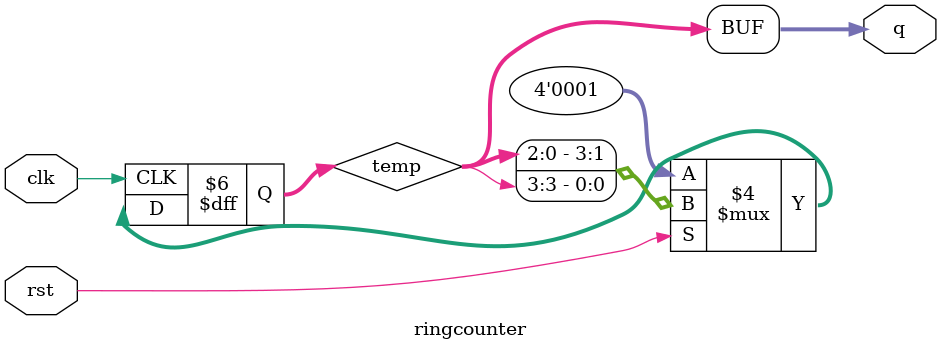
<source format=v>
module ringcounter (
input clk,rst,
output [3:0]q);
reg [3:0]temp ;
always @(posedge clk)
begin
if(rst == 0) temp<=4'b0001;  
else      temp<={temp[2:0],temp[3]};
end
assign q = temp;
endmodule

</source>
